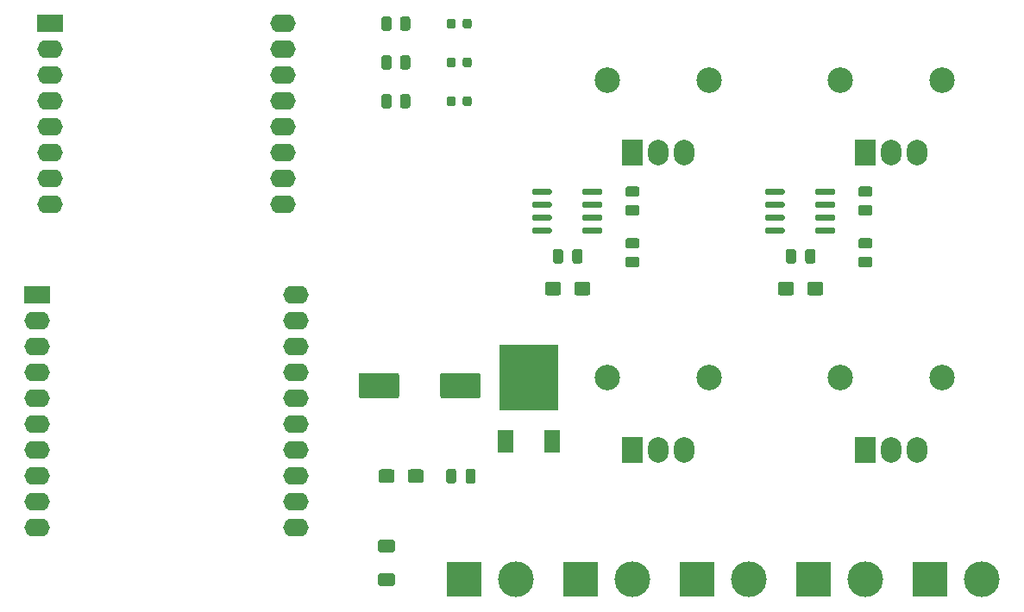
<source format=gbr>
G04 #@! TF.GenerationSoftware,KiCad,Pcbnew,(5.1.10)-1*
G04 #@! TF.CreationDate,2021-10-04T13:56:36-03:00*
G04 #@! TF.ProjectId,ESP-pwm_4ch,4553502d-7077-46d5-9f34-63682e6b6963,rev?*
G04 #@! TF.SameCoordinates,Original*
G04 #@! TF.FileFunction,Soldermask,Top*
G04 #@! TF.FilePolarity,Negative*
%FSLAX46Y46*%
G04 Gerber Fmt 4.6, Leading zero omitted, Abs format (unit mm)*
G04 Created by KiCad (PCBNEW (5.1.10)-1) date 2021-10-04 13:56:36*
%MOMM*%
%LPD*%
G01*
G04 APERTURE LIST*
%ADD10R,1.600000X2.200000*%
%ADD11R,5.800000X6.400000*%
%ADD12O,2.500000X1.750000*%
%ADD13R,2.500000X1.750000*%
%ADD14C,2.500000*%
%ADD15R,3.500000X3.500000*%
%ADD16C,3.500000*%
%ADD17R,2.000000X2.500000*%
%ADD18O,2.000000X2.500000*%
G04 APERTURE END LIST*
G04 #@! TO.C,C3*
G36*
G01*
X111620000Y-111285000D02*
X111620000Y-112235000D01*
G75*
G02*
X111370000Y-112485000I-250000J0D01*
G01*
X110870000Y-112485000D01*
G75*
G02*
X110620000Y-112235000I0J250000D01*
G01*
X110620000Y-111285000D01*
G75*
G02*
X110870000Y-111035000I250000J0D01*
G01*
X111370000Y-111035000D01*
G75*
G02*
X111620000Y-111285000I0J-250000D01*
G01*
G37*
G36*
G01*
X109720000Y-111285000D02*
X109720000Y-112235000D01*
G75*
G02*
X109470000Y-112485000I-250000J0D01*
G01*
X108970000Y-112485000D01*
G75*
G02*
X108720000Y-112235000I0J250000D01*
G01*
X108720000Y-111285000D01*
G75*
G02*
X108970000Y-111035000I250000J0D01*
G01*
X109470000Y-111035000D01*
G75*
G02*
X109720000Y-111285000I0J-250000D01*
G01*
G37*
G04 #@! TD*
G04 #@! TO.C,C6*
G36*
G01*
X144960000Y-89695000D02*
X144960000Y-90645000D01*
G75*
G02*
X144710000Y-90895000I-250000J0D01*
G01*
X144210000Y-90895000D01*
G75*
G02*
X143960000Y-90645000I0J250000D01*
G01*
X143960000Y-89695000D01*
G75*
G02*
X144210000Y-89445000I250000J0D01*
G01*
X144710000Y-89445000D01*
G75*
G02*
X144960000Y-89695000I0J-250000D01*
G01*
G37*
G36*
G01*
X143060000Y-89695000D02*
X143060000Y-90645000D01*
G75*
G02*
X142810000Y-90895000I-250000J0D01*
G01*
X142310000Y-90895000D01*
G75*
G02*
X142060000Y-90645000I0J250000D01*
G01*
X142060000Y-89695000D01*
G75*
G02*
X142310000Y-89445000I250000J0D01*
G01*
X142810000Y-89445000D01*
G75*
G02*
X143060000Y-89695000I0J-250000D01*
G01*
G37*
G04 #@! TD*
G04 #@! TO.C,C4*
G36*
G01*
X122100000Y-89695000D02*
X122100000Y-90645000D01*
G75*
G02*
X121850000Y-90895000I-250000J0D01*
G01*
X121350000Y-90895000D01*
G75*
G02*
X121100000Y-90645000I0J250000D01*
G01*
X121100000Y-89695000D01*
G75*
G02*
X121350000Y-89445000I250000J0D01*
G01*
X121850000Y-89445000D01*
G75*
G02*
X122100000Y-89695000I0J-250000D01*
G01*
G37*
G36*
G01*
X120200000Y-89695000D02*
X120200000Y-90645000D01*
G75*
G02*
X119950000Y-90895000I-250000J0D01*
G01*
X119450000Y-90895000D01*
G75*
G02*
X119200000Y-90645000I0J250000D01*
G01*
X119200000Y-89695000D01*
G75*
G02*
X119450000Y-89445000I250000J0D01*
G01*
X119950000Y-89445000D01*
G75*
G02*
X120200000Y-89695000I0J-250000D01*
G01*
G37*
G04 #@! TD*
G04 #@! TO.C,R7*
G36*
G01*
X149409999Y-83307500D02*
X150310001Y-83307500D01*
G75*
G02*
X150560000Y-83557499I0J-249999D01*
G01*
X150560000Y-84082501D01*
G75*
G02*
X150310001Y-84332500I-249999J0D01*
G01*
X149409999Y-84332500D01*
G75*
G02*
X149160000Y-84082501I0J249999D01*
G01*
X149160000Y-83557499D01*
G75*
G02*
X149409999Y-83307500I249999J0D01*
G01*
G37*
G36*
G01*
X149409999Y-85132500D02*
X150310001Y-85132500D01*
G75*
G02*
X150560000Y-85382499I0J-249999D01*
G01*
X150560000Y-85907501D01*
G75*
G02*
X150310001Y-86157500I-249999J0D01*
G01*
X149409999Y-86157500D01*
G75*
G02*
X149160000Y-85907501I0J249999D01*
G01*
X149160000Y-85382499D01*
G75*
G02*
X149409999Y-85132500I249999J0D01*
G01*
G37*
G04 #@! TD*
G04 #@! TO.C,R5*
G36*
G01*
X126549999Y-83307500D02*
X127450001Y-83307500D01*
G75*
G02*
X127700000Y-83557499I0J-249999D01*
G01*
X127700000Y-84082501D01*
G75*
G02*
X127450001Y-84332500I-249999J0D01*
G01*
X126549999Y-84332500D01*
G75*
G02*
X126300000Y-84082501I0J249999D01*
G01*
X126300000Y-83557499D01*
G75*
G02*
X126549999Y-83307500I249999J0D01*
G01*
G37*
G36*
G01*
X126549999Y-85132500D02*
X127450001Y-85132500D01*
G75*
G02*
X127700000Y-85382499I0J-249999D01*
G01*
X127700000Y-85907501D01*
G75*
G02*
X127450001Y-86157500I-249999J0D01*
G01*
X126549999Y-86157500D01*
G75*
G02*
X126300000Y-85907501I0J249999D01*
G01*
X126300000Y-85382499D01*
G75*
G02*
X126549999Y-85132500I249999J0D01*
G01*
G37*
G04 #@! TD*
G04 #@! TO.C,R6*
G36*
G01*
X150310001Y-91237500D02*
X149409999Y-91237500D01*
G75*
G02*
X149160000Y-90987501I0J249999D01*
G01*
X149160000Y-90462499D01*
G75*
G02*
X149409999Y-90212500I249999J0D01*
G01*
X150310001Y-90212500D01*
G75*
G02*
X150560000Y-90462499I0J-249999D01*
G01*
X150560000Y-90987501D01*
G75*
G02*
X150310001Y-91237500I-249999J0D01*
G01*
G37*
G36*
G01*
X150310001Y-89412500D02*
X149409999Y-89412500D01*
G75*
G02*
X149160000Y-89162501I0J249999D01*
G01*
X149160000Y-88637499D01*
G75*
G02*
X149409999Y-88387500I249999J0D01*
G01*
X150310001Y-88387500D01*
G75*
G02*
X150560000Y-88637499I0J-249999D01*
G01*
X150560000Y-89162501D01*
G75*
G02*
X150310001Y-89412500I-249999J0D01*
G01*
G37*
G04 #@! TD*
G04 #@! TO.C,R4*
G36*
G01*
X127450001Y-91237500D02*
X126549999Y-91237500D01*
G75*
G02*
X126300000Y-90987501I0J249999D01*
G01*
X126300000Y-90462499D01*
G75*
G02*
X126549999Y-90212500I249999J0D01*
G01*
X127450001Y-90212500D01*
G75*
G02*
X127700000Y-90462499I0J-249999D01*
G01*
X127700000Y-90987501D01*
G75*
G02*
X127450001Y-91237500I-249999J0D01*
G01*
G37*
G36*
G01*
X127450001Y-89412500D02*
X126549999Y-89412500D01*
G75*
G02*
X126300000Y-89162501I0J249999D01*
G01*
X126300000Y-88637499D01*
G75*
G02*
X126549999Y-88387500I249999J0D01*
G01*
X127450001Y-88387500D01*
G75*
G02*
X127700000Y-88637499I0J-249999D01*
G01*
X127700000Y-89162501D01*
G75*
G02*
X127450001Y-89412500I-249999J0D01*
G01*
G37*
G04 #@! TD*
G04 #@! TO.C,D1*
G36*
G01*
X102320000Y-121270000D02*
X103420000Y-121270000D01*
G75*
G02*
X103745000Y-121595000I0J-325000D01*
G01*
X103745000Y-122245000D01*
G75*
G02*
X103420000Y-122570000I-325000J0D01*
G01*
X102320000Y-122570000D01*
G75*
G02*
X101995000Y-122245000I0J325000D01*
G01*
X101995000Y-121595000D01*
G75*
G02*
X102320000Y-121270000I325000J0D01*
G01*
G37*
G36*
G01*
X102320000Y-117970000D02*
X103420000Y-117970000D01*
G75*
G02*
X103745000Y-118295000I0J-325000D01*
G01*
X103745000Y-118945000D01*
G75*
G02*
X103420000Y-119270000I-325000J0D01*
G01*
X102320000Y-119270000D01*
G75*
G02*
X101995000Y-118945000I0J325000D01*
G01*
X101995000Y-118295000D01*
G75*
G02*
X102320000Y-117970000I325000J0D01*
G01*
G37*
G04 #@! TD*
G04 #@! TO.C,D4*
G36*
G01*
X109657500Y-70863750D02*
X109657500Y-71376250D01*
G75*
G02*
X109438750Y-71595000I-218750J0D01*
G01*
X109001250Y-71595000D01*
G75*
G02*
X108782500Y-71376250I0J218750D01*
G01*
X108782500Y-70863750D01*
G75*
G02*
X109001250Y-70645000I218750J0D01*
G01*
X109438750Y-70645000D01*
G75*
G02*
X109657500Y-70863750I0J-218750D01*
G01*
G37*
G36*
G01*
X111232500Y-70863750D02*
X111232500Y-71376250D01*
G75*
G02*
X111013750Y-71595000I-218750J0D01*
G01*
X110576250Y-71595000D01*
G75*
G02*
X110357500Y-71376250I0J218750D01*
G01*
X110357500Y-70863750D01*
G75*
G02*
X110576250Y-70645000I218750J0D01*
G01*
X111013750Y-70645000D01*
G75*
G02*
X111232500Y-70863750I0J-218750D01*
G01*
G37*
G04 #@! TD*
G04 #@! TO.C,D3*
G36*
G01*
X109657500Y-74673750D02*
X109657500Y-75186250D01*
G75*
G02*
X109438750Y-75405000I-218750J0D01*
G01*
X109001250Y-75405000D01*
G75*
G02*
X108782500Y-75186250I0J218750D01*
G01*
X108782500Y-74673750D01*
G75*
G02*
X109001250Y-74455000I218750J0D01*
G01*
X109438750Y-74455000D01*
G75*
G02*
X109657500Y-74673750I0J-218750D01*
G01*
G37*
G36*
G01*
X111232500Y-74673750D02*
X111232500Y-75186250D01*
G75*
G02*
X111013750Y-75405000I-218750J0D01*
G01*
X110576250Y-75405000D01*
G75*
G02*
X110357500Y-75186250I0J218750D01*
G01*
X110357500Y-74673750D01*
G75*
G02*
X110576250Y-74455000I218750J0D01*
G01*
X111013750Y-74455000D01*
G75*
G02*
X111232500Y-74673750I0J-218750D01*
G01*
G37*
G04 #@! TD*
G04 #@! TO.C,D2*
G36*
G01*
X109657500Y-67053750D02*
X109657500Y-67566250D01*
G75*
G02*
X109438750Y-67785000I-218750J0D01*
G01*
X109001250Y-67785000D01*
G75*
G02*
X108782500Y-67566250I0J218750D01*
G01*
X108782500Y-67053750D01*
G75*
G02*
X109001250Y-66835000I218750J0D01*
G01*
X109438750Y-66835000D01*
G75*
G02*
X109657500Y-67053750I0J-218750D01*
G01*
G37*
G36*
G01*
X111232500Y-67053750D02*
X111232500Y-67566250D01*
G75*
G02*
X111013750Y-67785000I-218750J0D01*
G01*
X110576250Y-67785000D01*
G75*
G02*
X110357500Y-67566250I0J218750D01*
G01*
X110357500Y-67053750D01*
G75*
G02*
X110576250Y-66835000I218750J0D01*
G01*
X111013750Y-66835000D01*
G75*
G02*
X111232500Y-67053750I0J-218750D01*
G01*
G37*
G04 #@! TD*
G04 #@! TO.C,R3*
G36*
G01*
X102357500Y-67760001D02*
X102357500Y-66859999D01*
G75*
G02*
X102607499Y-66610000I249999J0D01*
G01*
X103132501Y-66610000D01*
G75*
G02*
X103382500Y-66859999I0J-249999D01*
G01*
X103382500Y-67760001D01*
G75*
G02*
X103132501Y-68010000I-249999J0D01*
G01*
X102607499Y-68010000D01*
G75*
G02*
X102357500Y-67760001I0J249999D01*
G01*
G37*
G36*
G01*
X104182500Y-67760001D02*
X104182500Y-66859999D01*
G75*
G02*
X104432499Y-66610000I249999J0D01*
G01*
X104957501Y-66610000D01*
G75*
G02*
X105207500Y-66859999I0J-249999D01*
G01*
X105207500Y-67760001D01*
G75*
G02*
X104957501Y-68010000I-249999J0D01*
G01*
X104432499Y-68010000D01*
G75*
G02*
X104182500Y-67760001I0J249999D01*
G01*
G37*
G04 #@! TD*
G04 #@! TO.C,R2*
G36*
G01*
X102357500Y-71570001D02*
X102357500Y-70669999D01*
G75*
G02*
X102607499Y-70420000I249999J0D01*
G01*
X103132501Y-70420000D01*
G75*
G02*
X103382500Y-70669999I0J-249999D01*
G01*
X103382500Y-71570001D01*
G75*
G02*
X103132501Y-71820000I-249999J0D01*
G01*
X102607499Y-71820000D01*
G75*
G02*
X102357500Y-71570001I0J249999D01*
G01*
G37*
G36*
G01*
X104182500Y-71570001D02*
X104182500Y-70669999D01*
G75*
G02*
X104432499Y-70420000I249999J0D01*
G01*
X104957501Y-70420000D01*
G75*
G02*
X105207500Y-70669999I0J-249999D01*
G01*
X105207500Y-71570001D01*
G75*
G02*
X104957501Y-71820000I-249999J0D01*
G01*
X104432499Y-71820000D01*
G75*
G02*
X104182500Y-71570001I0J249999D01*
G01*
G37*
G04 #@! TD*
G04 #@! TO.C,R1*
G36*
G01*
X102357500Y-75380001D02*
X102357500Y-74479999D01*
G75*
G02*
X102607499Y-74230000I249999J0D01*
G01*
X103132501Y-74230000D01*
G75*
G02*
X103382500Y-74479999I0J-249999D01*
G01*
X103382500Y-75380001D01*
G75*
G02*
X103132501Y-75630000I-249999J0D01*
G01*
X102607499Y-75630000D01*
G75*
G02*
X102357500Y-75380001I0J249999D01*
G01*
G37*
G36*
G01*
X104182500Y-75380001D02*
X104182500Y-74479999D01*
G75*
G02*
X104432499Y-74230000I249999J0D01*
G01*
X104957501Y-74230000D01*
G75*
G02*
X105207500Y-74479999I0J-249999D01*
G01*
X105207500Y-75380001D01*
G75*
G02*
X104957501Y-75630000I-249999J0D01*
G01*
X104432499Y-75630000D01*
G75*
G02*
X104182500Y-75380001I0J249999D01*
G01*
G37*
G04 #@! TD*
D10*
G04 #@! TO.C,U1*
X114560000Y-108340000D03*
X119120000Y-108340000D03*
D11*
X116840000Y-102040000D03*
G04 #@! TD*
G04 #@! TO.C,C7*
G36*
G01*
X142860000Y-92919999D02*
X142860000Y-93770001D01*
G75*
G02*
X142610001Y-94020000I-249999J0D01*
G01*
X141534999Y-94020000D01*
G75*
G02*
X141285000Y-93770001I0J249999D01*
G01*
X141285000Y-92919999D01*
G75*
G02*
X141534999Y-92670000I249999J0D01*
G01*
X142610001Y-92670000D01*
G75*
G02*
X142860000Y-92919999I0J-249999D01*
G01*
G37*
G36*
G01*
X145735000Y-92919999D02*
X145735000Y-93770001D01*
G75*
G02*
X145485001Y-94020000I-249999J0D01*
G01*
X144409999Y-94020000D01*
G75*
G02*
X144160000Y-93770001I0J249999D01*
G01*
X144160000Y-92919999D01*
G75*
G02*
X144409999Y-92670000I249999J0D01*
G01*
X145485001Y-92670000D01*
G75*
G02*
X145735000Y-92919999I0J-249999D01*
G01*
G37*
G04 #@! TD*
G04 #@! TO.C,C5*
G36*
G01*
X120000000Y-92919999D02*
X120000000Y-93770001D01*
G75*
G02*
X119750001Y-94020000I-249999J0D01*
G01*
X118674999Y-94020000D01*
G75*
G02*
X118425000Y-93770001I0J249999D01*
G01*
X118425000Y-92919999D01*
G75*
G02*
X118674999Y-92670000I249999J0D01*
G01*
X119750001Y-92670000D01*
G75*
G02*
X120000000Y-92919999I0J-249999D01*
G01*
G37*
G36*
G01*
X122875000Y-92919999D02*
X122875000Y-93770001D01*
G75*
G02*
X122625001Y-94020000I-249999J0D01*
G01*
X121549999Y-94020000D01*
G75*
G02*
X121300000Y-93770001I0J249999D01*
G01*
X121300000Y-92919999D01*
G75*
G02*
X121549999Y-92670000I249999J0D01*
G01*
X122625001Y-92670000D01*
G75*
G02*
X122875000Y-92919999I0J-249999D01*
G01*
G37*
G04 #@! TD*
G04 #@! TO.C,C1*
G36*
G01*
X108120000Y-103870000D02*
X108120000Y-101870000D01*
G75*
G02*
X108370000Y-101620000I250000J0D01*
G01*
X111870000Y-101620000D01*
G75*
G02*
X112120000Y-101870000I0J-250000D01*
G01*
X112120000Y-103870000D01*
G75*
G02*
X111870000Y-104120000I-250000J0D01*
G01*
X108370000Y-104120000D01*
G75*
G02*
X108120000Y-103870000I0J250000D01*
G01*
G37*
G36*
G01*
X100120000Y-103870000D02*
X100120000Y-101870000D01*
G75*
G02*
X100370000Y-101620000I250000J0D01*
G01*
X103870000Y-101620000D01*
G75*
G02*
X104120000Y-101870000I0J-250000D01*
G01*
X104120000Y-103870000D01*
G75*
G02*
X103870000Y-104120000I-250000J0D01*
G01*
X100370000Y-104120000D01*
G75*
G02*
X100120000Y-103870000I0J250000D01*
G01*
G37*
G04 #@! TD*
D12*
G04 #@! TO.C,U2*
X92710000Y-67310000D03*
X92710000Y-69850000D03*
X92710000Y-72390000D03*
X92710000Y-74930000D03*
X92710000Y-77470000D03*
X92710000Y-80010000D03*
X92710000Y-82550000D03*
X92710000Y-85090000D03*
X69850000Y-85090000D03*
X69850000Y-82550000D03*
X69850000Y-80010000D03*
X69850000Y-77470000D03*
X69850000Y-74930000D03*
X69850000Y-72390000D03*
D13*
X69850000Y-67310000D03*
D12*
X69850000Y-69850000D03*
G04 #@! TD*
D14*
G04 #@! TO.C,HS1*
X134540000Y-102108000D03*
X124540000Y-102108001D03*
G04 #@! TD*
D12*
G04 #@! TO.C,U3*
X93980000Y-101600000D03*
X93980000Y-99060000D03*
X68580000Y-116840000D03*
X68580000Y-114300000D03*
X93980000Y-104140000D03*
X93980000Y-106680000D03*
X93980000Y-109220000D03*
X93980000Y-111760000D03*
X93980000Y-114300000D03*
X93980000Y-116840000D03*
X93980000Y-93980000D03*
X93980000Y-96520000D03*
X68580000Y-111760000D03*
X68580000Y-109220000D03*
X68580000Y-106680000D03*
X68580000Y-104140000D03*
X68580000Y-101600000D03*
X68580000Y-99060000D03*
D13*
X68580000Y-93980000D03*
D12*
X68580000Y-96520000D03*
G04 #@! TD*
D14*
G04 #@! TO.C,HS3*
X157400000Y-102108000D03*
X147400000Y-102108001D03*
G04 #@! TD*
G04 #@! TO.C,HS4*
X157400000Y-72898000D03*
X147400000Y-72898001D03*
G04 #@! TD*
G04 #@! TO.C,HS2*
X134540000Y-72898000D03*
X124540000Y-72898001D03*
G04 #@! TD*
D15*
G04 #@! TO.C,J1*
X110490000Y-121920000D03*
D16*
X115570000Y-121920000D03*
G04 #@! TD*
D15*
G04 #@! TO.C,J2*
X121920000Y-121920000D03*
D16*
X127000000Y-121920000D03*
G04 #@! TD*
G04 #@! TO.C,J3*
X138430000Y-121920000D03*
D15*
X133350000Y-121920000D03*
G04 #@! TD*
G04 #@! TO.C,J4*
X144780000Y-121920000D03*
D16*
X149860000Y-121920000D03*
G04 #@! TD*
G04 #@! TO.C,J5*
X161290000Y-121920000D03*
D15*
X156210000Y-121920000D03*
G04 #@! TD*
D17*
G04 #@! TO.C,Q1*
X127000000Y-109220000D03*
D18*
X129540000Y-109220000D03*
X132080000Y-109220000D03*
G04 #@! TD*
G04 #@! TO.C,Q2*
X132080000Y-80010000D03*
X129540000Y-80010000D03*
D17*
X127000000Y-80010000D03*
G04 #@! TD*
D18*
G04 #@! TO.C,Q3*
X154940000Y-109220000D03*
X152400000Y-109220000D03*
D17*
X149860000Y-109220000D03*
G04 #@! TD*
G04 #@! TO.C,Q4*
X149860000Y-80010000D03*
D18*
X152400000Y-80010000D03*
X154940000Y-80010000D03*
G04 #@! TD*
G04 #@! TO.C,U4*
G36*
G01*
X122085000Y-83970000D02*
X122085000Y-83670000D01*
G75*
G02*
X122235000Y-83520000I150000J0D01*
G01*
X123885000Y-83520000D01*
G75*
G02*
X124035000Y-83670000I0J-150000D01*
G01*
X124035000Y-83970000D01*
G75*
G02*
X123885000Y-84120000I-150000J0D01*
G01*
X122235000Y-84120000D01*
G75*
G02*
X122085000Y-83970000I0J150000D01*
G01*
G37*
G36*
G01*
X122085000Y-85240000D02*
X122085000Y-84940000D01*
G75*
G02*
X122235000Y-84790000I150000J0D01*
G01*
X123885000Y-84790000D01*
G75*
G02*
X124035000Y-84940000I0J-150000D01*
G01*
X124035000Y-85240000D01*
G75*
G02*
X123885000Y-85390000I-150000J0D01*
G01*
X122235000Y-85390000D01*
G75*
G02*
X122085000Y-85240000I0J150000D01*
G01*
G37*
G36*
G01*
X122085000Y-86510000D02*
X122085000Y-86210000D01*
G75*
G02*
X122235000Y-86060000I150000J0D01*
G01*
X123885000Y-86060000D01*
G75*
G02*
X124035000Y-86210000I0J-150000D01*
G01*
X124035000Y-86510000D01*
G75*
G02*
X123885000Y-86660000I-150000J0D01*
G01*
X122235000Y-86660000D01*
G75*
G02*
X122085000Y-86510000I0J150000D01*
G01*
G37*
G36*
G01*
X122085000Y-87780000D02*
X122085000Y-87480000D01*
G75*
G02*
X122235000Y-87330000I150000J0D01*
G01*
X123885000Y-87330000D01*
G75*
G02*
X124035000Y-87480000I0J-150000D01*
G01*
X124035000Y-87780000D01*
G75*
G02*
X123885000Y-87930000I-150000J0D01*
G01*
X122235000Y-87930000D01*
G75*
G02*
X122085000Y-87780000I0J150000D01*
G01*
G37*
G36*
G01*
X117135000Y-87780000D02*
X117135000Y-87480000D01*
G75*
G02*
X117285000Y-87330000I150000J0D01*
G01*
X118935000Y-87330000D01*
G75*
G02*
X119085000Y-87480000I0J-150000D01*
G01*
X119085000Y-87780000D01*
G75*
G02*
X118935000Y-87930000I-150000J0D01*
G01*
X117285000Y-87930000D01*
G75*
G02*
X117135000Y-87780000I0J150000D01*
G01*
G37*
G36*
G01*
X117135000Y-86510000D02*
X117135000Y-86210000D01*
G75*
G02*
X117285000Y-86060000I150000J0D01*
G01*
X118935000Y-86060000D01*
G75*
G02*
X119085000Y-86210000I0J-150000D01*
G01*
X119085000Y-86510000D01*
G75*
G02*
X118935000Y-86660000I-150000J0D01*
G01*
X117285000Y-86660000D01*
G75*
G02*
X117135000Y-86510000I0J150000D01*
G01*
G37*
G36*
G01*
X117135000Y-85240000D02*
X117135000Y-84940000D01*
G75*
G02*
X117285000Y-84790000I150000J0D01*
G01*
X118935000Y-84790000D01*
G75*
G02*
X119085000Y-84940000I0J-150000D01*
G01*
X119085000Y-85240000D01*
G75*
G02*
X118935000Y-85390000I-150000J0D01*
G01*
X117285000Y-85390000D01*
G75*
G02*
X117135000Y-85240000I0J150000D01*
G01*
G37*
G36*
G01*
X117135000Y-83970000D02*
X117135000Y-83670000D01*
G75*
G02*
X117285000Y-83520000I150000J0D01*
G01*
X118935000Y-83520000D01*
G75*
G02*
X119085000Y-83670000I0J-150000D01*
G01*
X119085000Y-83970000D01*
G75*
G02*
X118935000Y-84120000I-150000J0D01*
G01*
X117285000Y-84120000D01*
G75*
G02*
X117135000Y-83970000I0J150000D01*
G01*
G37*
G04 #@! TD*
G04 #@! TO.C,U5*
G36*
G01*
X139995000Y-83970000D02*
X139995000Y-83670000D01*
G75*
G02*
X140145000Y-83520000I150000J0D01*
G01*
X141795000Y-83520000D01*
G75*
G02*
X141945000Y-83670000I0J-150000D01*
G01*
X141945000Y-83970000D01*
G75*
G02*
X141795000Y-84120000I-150000J0D01*
G01*
X140145000Y-84120000D01*
G75*
G02*
X139995000Y-83970000I0J150000D01*
G01*
G37*
G36*
G01*
X139995000Y-85240000D02*
X139995000Y-84940000D01*
G75*
G02*
X140145000Y-84790000I150000J0D01*
G01*
X141795000Y-84790000D01*
G75*
G02*
X141945000Y-84940000I0J-150000D01*
G01*
X141945000Y-85240000D01*
G75*
G02*
X141795000Y-85390000I-150000J0D01*
G01*
X140145000Y-85390000D01*
G75*
G02*
X139995000Y-85240000I0J150000D01*
G01*
G37*
G36*
G01*
X139995000Y-86510000D02*
X139995000Y-86210000D01*
G75*
G02*
X140145000Y-86060000I150000J0D01*
G01*
X141795000Y-86060000D01*
G75*
G02*
X141945000Y-86210000I0J-150000D01*
G01*
X141945000Y-86510000D01*
G75*
G02*
X141795000Y-86660000I-150000J0D01*
G01*
X140145000Y-86660000D01*
G75*
G02*
X139995000Y-86510000I0J150000D01*
G01*
G37*
G36*
G01*
X139995000Y-87780000D02*
X139995000Y-87480000D01*
G75*
G02*
X140145000Y-87330000I150000J0D01*
G01*
X141795000Y-87330000D01*
G75*
G02*
X141945000Y-87480000I0J-150000D01*
G01*
X141945000Y-87780000D01*
G75*
G02*
X141795000Y-87930000I-150000J0D01*
G01*
X140145000Y-87930000D01*
G75*
G02*
X139995000Y-87780000I0J150000D01*
G01*
G37*
G36*
G01*
X144945000Y-87780000D02*
X144945000Y-87480000D01*
G75*
G02*
X145095000Y-87330000I150000J0D01*
G01*
X146745000Y-87330000D01*
G75*
G02*
X146895000Y-87480000I0J-150000D01*
G01*
X146895000Y-87780000D01*
G75*
G02*
X146745000Y-87930000I-150000J0D01*
G01*
X145095000Y-87930000D01*
G75*
G02*
X144945000Y-87780000I0J150000D01*
G01*
G37*
G36*
G01*
X144945000Y-86510000D02*
X144945000Y-86210000D01*
G75*
G02*
X145095000Y-86060000I150000J0D01*
G01*
X146745000Y-86060000D01*
G75*
G02*
X146895000Y-86210000I0J-150000D01*
G01*
X146895000Y-86510000D01*
G75*
G02*
X146745000Y-86660000I-150000J0D01*
G01*
X145095000Y-86660000D01*
G75*
G02*
X144945000Y-86510000I0J150000D01*
G01*
G37*
G36*
G01*
X144945000Y-85240000D02*
X144945000Y-84940000D01*
G75*
G02*
X145095000Y-84790000I150000J0D01*
G01*
X146745000Y-84790000D01*
G75*
G02*
X146895000Y-84940000I0J-150000D01*
G01*
X146895000Y-85240000D01*
G75*
G02*
X146745000Y-85390000I-150000J0D01*
G01*
X145095000Y-85390000D01*
G75*
G02*
X144945000Y-85240000I0J150000D01*
G01*
G37*
G36*
G01*
X144945000Y-83970000D02*
X144945000Y-83670000D01*
G75*
G02*
X145095000Y-83520000I150000J0D01*
G01*
X146745000Y-83520000D01*
G75*
G02*
X146895000Y-83670000I0J-150000D01*
G01*
X146895000Y-83970000D01*
G75*
G02*
X146745000Y-84120000I-150000J0D01*
G01*
X145095000Y-84120000D01*
G75*
G02*
X144945000Y-83970000I0J150000D01*
G01*
G37*
G04 #@! TD*
G04 #@! TO.C,C2*
G36*
G01*
X102082500Y-112185001D02*
X102082500Y-111334999D01*
G75*
G02*
X102332499Y-111085000I249999J0D01*
G01*
X103407501Y-111085000D01*
G75*
G02*
X103657500Y-111334999I0J-249999D01*
G01*
X103657500Y-112185001D01*
G75*
G02*
X103407501Y-112435000I-249999J0D01*
G01*
X102332499Y-112435000D01*
G75*
G02*
X102082500Y-112185001I0J249999D01*
G01*
G37*
G36*
G01*
X104957500Y-112185001D02*
X104957500Y-111334999D01*
G75*
G02*
X105207499Y-111085000I249999J0D01*
G01*
X106282501Y-111085000D01*
G75*
G02*
X106532500Y-111334999I0J-249999D01*
G01*
X106532500Y-112185001D01*
G75*
G02*
X106282501Y-112435000I-249999J0D01*
G01*
X105207499Y-112435000D01*
G75*
G02*
X104957500Y-112185001I0J249999D01*
G01*
G37*
G04 #@! TD*
M02*

</source>
